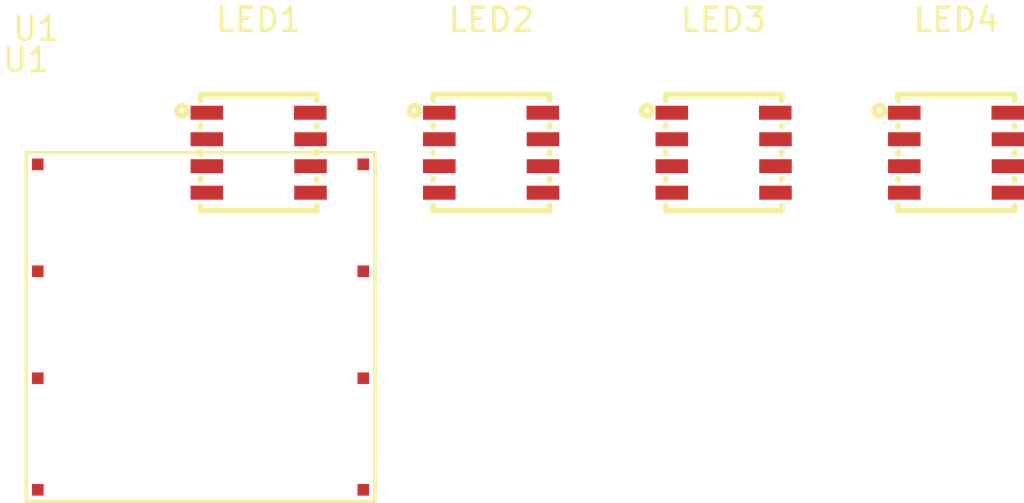
<source format=kicad_pcb>
(kicad_pcb (version 20241229) (generator "atopile") (generator_version "0.11.0")
  (layers (0 "F.Cu" signal) (31 "B.Cu" signal) (34 "B.Paste" user) (35 "F.Paste" user) (36 "B.SilkS" user "B.Silkscreen") (37 "F.SilkS" user "F.Silkscreen") (38 "B.Mask" user) (39 "F.Mask" user) (44 "Edge.Cuts" user))
  (net 0 "")
  (net 1 "cathode_red")
  (net 2 "cathode_cold_white")
  (net 3 "cathode_ir")
  (net 4 "cathode_blue")
  (net 5 "anode")
  (net 6 "cathode_uv")
  (net 7 "cathode_green")
  (net 8 "cathode_warm_white")
  (footprint "ATOPILE_PIXEL15:pixel15" (layer "F.Cu") (at 0 0 0)
    (property "Reference" "U1" (at 0.43 -5.34 0) (layer "F.SilkS") (hide no))
    (property "Value" "" (hide yes))
    (fp_line (start 0 0) (end 15 0) (stroke (width 0.15)) (layer "F.SilkS"))
    (fp_line (start 0 15) (end 15 15) (stroke (width 0.15)) (layer "F.SilkS"))
    (fp_line (start 0 0) (end 0 15) (stroke (width 0.15)) (layer "F.SilkS"))
    (fp_line (start 15 0) (end 15 15) (stroke (width 0.15)) (layer "F.SilkS"))
    (fp_text user "${REFERENCE}" (at 0 -4 0) (layer "F.SilkS"))
    (pad "1" smd rect (at 0.5 0.5 0) (size 0.5 0.5) (layers "F.Cu" "F.Mask" "F.Paste") (net 5 "anode"))
    (pad "2" smd rect (at 0.5 5.1 0) (size 0.5 0.5) (layers "F.Cu" "F.Mask" "F.Paste") (net 1 "cathode_red"))
    (pad "3" smd rect (at 0.5 9.7 0) (size 0.5 0.5) (layers "F.Cu" "F.Mask" "F.Paste") (net 7 "cathode_green"))
    (pad "4" smd rect (at 0.5 14.5 0) (size 0.5 0.5) (layers "F.Cu" "F.Mask" "F.Paste") (net 4 "cathode_blue"))
    (pad "5" smd rect (at 14.5 0.5 0) (size 0.5 0.5) (layers "F.Cu" "F.Mask" "F.Paste") (net 8 "cathode_warm_white"))
    (pad "6" smd rect (at 14.5 5.1 0) (size 0.5 0.5) (layers "F.Cu" "F.Mask" "F.Paste") (net 2 "cathode_cold_white"))
    (pad "7" smd rect (at 14.5 9.7 0) (size 0.5 0.5) (layers "F.Cu" "F.Mask" "F.Paste") (net 6 "cathode_uv"))
    (pad "8" smd rect (at 14.5 14.5 0) (size 0.5 0.5) (layers "F.Cu" "F.Mask" "F.Paste") (net 3 "cathode_ir"))
  )
  (footprint "TCWIN_TC5050RGBW4D06_4CJHR3_AFW421A:LED-SMD_8P-L5.0-W5.0-TL-FD" (layer "F.Cu") (at 30 0 0)
    (property "Reference" "LED3" (at 0 -5.72 0) (layer "F.SilkS") (hide no))
    (property "Value" "")
    (fp_line (start -2.5 0.05) (end -2.5 -0.04) (stroke (width 0.25)) (layer "F.SilkS"))
    (fp_line (start 2.5 1.11) (end 2.5 1.2) (stroke (width 0.25)) (layer "F.SilkS"))
    (fp_line (start 2.5 2.26) (end 2.5 2.5) (stroke (width 0.25)) (layer "F.SilkS"))
    (fp_line (start -2.5 -2.5) (end 2.5 -2.5) (stroke (width 0.25)) (layer "F.SilkS"))
    (fp_line (start -2.5 2.5) (end -2.5 2.26) (stroke (width 0.25)) (layer "F.SilkS"))
    (fp_line (start -2.5 -1.1) (end -2.5 -1.19) (stroke (width 0.25)) (layer "F.SilkS"))
    (fp_line (start 2.5 -1.19) (end 2.5 -1.1) (stroke (width 0.25)) (layer "F.SilkS"))
    (fp_line (start 2.5 -0.04) (end 2.5 0.05) (stroke (width 0.25)) (layer "F.SilkS"))
    (fp_line (start 2.5 -2.5) (end 2.5 -2.25) (stroke (width 0.25)) (layer "F.SilkS"))
    (fp_line (start -2.5 1.2) (end -2.5 1.11) (stroke (width 0.25)) (layer "F.SilkS"))
    (fp_line (start -2.5 -2.25) (end -2.5 -2.5) (stroke (width 0.25)) (layer "F.SilkS"))
    (fp_line (start 2.5 2.5) (end -2.5 2.5) (stroke (width 0.25)) (layer "F.SilkS"))
    (fp_circle (center -3.3 -1.8) (end -3.2 -1.8) (stroke (width 0.25)) (fill no) (layer "F.SilkS"))
    (fp_text user "${REFERENCE}" (at 0 -5.72 0) (layer "F.SilkS"))
    (pad "1" smd rect (at -2.23 -1.72 90) (size 0.6 1.4) (layers "F.Cu" "F.Mask" "F.Paste") (net 5 "anode"))
    (pad "2" smd rect (at -2.23 -0.58 90) (size 0.6 1.4) (layers "F.Cu" "F.Mask" "F.Paste") (net 5 "anode"))
    (pad "3" smd rect (at -2.23 0.58 90) (size 0.6 1.4) (layers "F.Cu" "F.Mask" "F.Paste") (net 5 "anode"))
    (pad "4" smd rect (at -2.23 1.72 90) (size 0.6 1.4) (layers "F.Cu" "F.Mask" "F.Paste") (net 5 "anode"))
    (pad "5" smd rect (at 2.23 1.72 90) (size 0.6 1.4) (layers "F.Cu" "F.Mask" "F.Paste") (net 2 "cathode_cold_white"))
    (pad "6" smd rect (at 2.23 0.58 90) (size 0.6 1.4) (layers "F.Cu" "F.Mask" "F.Paste") (net 4 "cathode_blue"))
    (pad "7" smd rect (at 2.23 -0.58 90) (size 0.6 1.4) (layers "F.Cu" "F.Mask" "F.Paste") (net 7 "cathode_green"))
    (pad "8" smd rect (at 2.22 -1.72 90) (size 0.6 1.4) (layers "F.Cu" "F.Mask" "F.Paste") (net 1 "cathode_red"))
  )
  (footprint "TCWIN_TC5050RGBW4D06_4CJHR3_AFW421A:LED-SMD_8P-L5.0-W5.0-TL-FD" (layer "F.Cu") (at 40 0 0)
    (property "Reference" "LED4" (at 0 -5.72 0) (layer "F.SilkS") (hide no))
    (property "Value" "")
    (fp_line (start -2.5 0.05) (end -2.5 -0.04) (stroke (width 0.25)) (layer "F.SilkS"))
    (fp_line (start 2.5 1.11) (end 2.5 1.2) (stroke (width 0.25)) (layer "F.SilkS"))
    (fp_line (start 2.5 2.26) (end 2.5 2.5) (stroke (width 0.25)) (layer "F.SilkS"))
    (fp_line (start -2.5 -2.5) (end 2.5 -2.5) (stroke (width 0.25)) (layer "F.SilkS"))
    (fp_line (start -2.5 2.5) (end -2.5 2.26) (stroke (width 0.25)) (layer "F.SilkS"))
    (fp_line (start -2.5 -1.1) (end -2.5 -1.19) (stroke (width 0.25)) (layer "F.SilkS"))
    (fp_line (start 2.5 -1.19) (end 2.5 -1.1) (stroke (width 0.25)) (layer "F.SilkS"))
    (fp_line (start 2.5 -0.04) (end 2.5 0.05) (stroke (width 0.25)) (layer "F.SilkS"))
    (fp_line (start 2.5 -2.5) (end 2.5 -2.25) (stroke (width 0.25)) (layer "F.SilkS"))
    (fp_line (start -2.5 1.2) (end -2.5 1.11) (stroke (width 0.25)) (layer "F.SilkS"))
    (fp_line (start -2.5 -2.25) (end -2.5 -2.5) (stroke (width 0.25)) (layer "F.SilkS"))
    (fp_line (start 2.5 2.5) (end -2.5 2.5) (stroke (width 0.25)) (layer "F.SilkS"))
    (fp_circle (center -3.3 -1.8) (end -3.2 -1.8) (stroke (width 0.25)) (fill no) (layer "F.SilkS"))
    (fp_text user "${REFERENCE}" (at 0 -5.72 0) (layer "F.SilkS"))
    (pad "1" smd rect (at -2.23 -1.72 90) (size 0.6 1.4) (layers "F.Cu" "F.Mask" "F.Paste") (net 5 "anode"))
    (pad "2" smd rect (at -2.23 -0.58 90) (size 0.6 1.4) (layers "F.Cu" "F.Mask" "F.Paste") (net 5 "anode"))
    (pad "3" smd rect (at -2.23 0.58 90) (size 0.6 1.4) (layers "F.Cu" "F.Mask" "F.Paste") (net 5 "anode"))
    (pad "4" smd rect (at -2.23 1.72 90) (size 0.6 1.4) (layers "F.Cu" "F.Mask" "F.Paste") (net 5 "anode"))
    (pad "5" smd rect (at 2.23 1.72 90) (size 0.6 1.4) (layers "F.Cu" "F.Mask" "F.Paste") (net 2 "cathode_cold_white"))
    (pad "6" smd rect (at 2.23 0.58 90) (size 0.6 1.4) (layers "F.Cu" "F.Mask" "F.Paste") (net 4 "cathode_blue"))
    (pad "7" smd rect (at 2.23 -0.58 90) (size 0.6 1.4) (layers "F.Cu" "F.Mask" "F.Paste") (net 7 "cathode_green"))
    (pad "8" smd rect (at 2.22 -1.72 90) (size 0.6 1.4) (layers "F.Cu" "F.Mask" "F.Paste") (net 1 "cathode_red"))
  )
  (footprint "TCWIN_TC5050RGBW4D06_4CJHR3_AFW421A:LED-SMD_8P-L5.0-W5.0-TL-FD" (layer "F.Cu") (at 20 0 0)
    (property "Reference" "LED2" (at 0 -5.72 0) (layer "F.SilkS") (hide no))
    (property "Value" "")
    (fp_line (start -2.5 0.05) (end -2.5 -0.04) (stroke (width 0.25)) (layer "F.SilkS"))
    (fp_line (start 2.5 1.11) (end 2.5 1.2) (stroke (width 0.25)) (layer "F.SilkS"))
    (fp_line (start 2.5 2.26) (end 2.5 2.5) (stroke (width 0.25)) (layer "F.SilkS"))
    (fp_line (start -2.5 -2.5) (end 2.5 -2.5) (stroke (width 0.25)) (layer "F.SilkS"))
    (fp_line (start -2.5 2.5) (end -2.5 2.26) (stroke (width 0.25)) (layer "F.SilkS"))
    (fp_line (start -2.5 -1.1) (end -2.5 -1.19) (stroke (width 0.25)) (layer "F.SilkS"))
    (fp_line (start 2.5 -1.19) (end 2.5 -1.1) (stroke (width 0.25)) (layer "F.SilkS"))
    (fp_line (start 2.5 -0.04) (end 2.5 0.05) (stroke (width 0.25)) (layer "F.SilkS"))
    (fp_line (start 2.5 -2.5) (end 2.5 -2.25) (stroke (width 0.25)) (layer "F.SilkS"))
    (fp_line (start -2.5 1.2) (end -2.5 1.11) (stroke (width 0.25)) (layer "F.SilkS"))
    (fp_line (start -2.5 -2.25) (end -2.5 -2.5) (stroke (width 0.25)) (layer "F.SilkS"))
    (fp_line (start 2.5 2.5) (end -2.5 2.5) (stroke (width 0.25)) (layer "F.SilkS"))
    (fp_circle (center -3.3 -1.8) (end -3.2 -1.8) (stroke (width 0.25)) (fill no) (layer "F.SilkS"))
    (fp_text user "${REFERENCE}" (at 0 -5.72 0) (layer "F.SilkS"))
    (pad "1" smd rect (at -2.23 -1.72 90) (size 0.6 1.4) (layers "F.Cu" "F.Mask" "F.Paste") (net 5 "anode"))
    (pad "2" smd rect (at -2.23 -0.58 90) (size 0.6 1.4) (layers "F.Cu" "F.Mask" "F.Paste") (net 5 "anode"))
    (pad "3" smd rect (at -2.23 0.58 90) (size 0.6 1.4) (layers "F.Cu" "F.Mask" "F.Paste") (net 5 "anode"))
    (pad "4" smd rect (at -2.23 1.72 90) (size 0.6 1.4) (layers "F.Cu" "F.Mask" "F.Paste") (net 5 "anode"))
    (pad "5" smd rect (at 2.23 1.72 90) (size 0.6 1.4) (layers "F.Cu" "F.Mask" "F.Paste") (net 2 "cathode_cold_white"))
    (pad "6" smd rect (at 2.23 0.58 90) (size 0.6 1.4) (layers "F.Cu" "F.Mask" "F.Paste") (net 4 "cathode_blue"))
    (pad "7" smd rect (at 2.23 -0.58 90) (size 0.6 1.4) (layers "F.Cu" "F.Mask" "F.Paste") (net 7 "cathode_green"))
    (pad "8" smd rect (at 2.22 -1.72 90) (size 0.6 1.4) (layers "F.Cu" "F.Mask" "F.Paste") (net 1 "cathode_red"))
  )
  (footprint "TCWIN_TC5050RGBW4D06_4CJHR3_AFW421A:LED-SMD_8P-L5.0-W5.0-TL-FD" (layer "F.Cu") (at 10 0 0)
    (property "Reference" "LED1" (at 0 -5.72 0) (layer "F.SilkS") (hide no))
    (property "Value" "")
    (fp_line (start -2.5 0.05) (end -2.5 -0.04) (stroke (width 0.25)) (layer "F.SilkS"))
    (fp_line (start 2.5 1.11) (end 2.5 1.2) (stroke (width 0.25)) (layer "F.SilkS"))
    (fp_line (start 2.5 2.26) (end 2.5 2.5) (stroke (width 0.25)) (layer "F.SilkS"))
    (fp_line (start -2.5 -2.5) (end 2.5 -2.5) (stroke (width 0.25)) (layer "F.SilkS"))
    (fp_line (start -2.5 2.5) (end -2.5 2.26) (stroke (width 0.25)) (layer "F.SilkS"))
    (fp_line (start -2.5 -1.1) (end -2.5 -1.19) (stroke (width 0.25)) (layer "F.SilkS"))
    (fp_line (start 2.5 -1.19) (end 2.5 -1.1) (stroke (width 0.25)) (layer "F.SilkS"))
    (fp_line (start 2.5 -0.04) (end 2.5 0.05) (stroke (width 0.25)) (layer "F.SilkS"))
    (fp_line (start 2.5 -2.5) (end 2.5 -2.25) (stroke (width 0.25)) (layer "F.SilkS"))
    (fp_line (start -2.5 1.2) (end -2.5 1.11) (stroke (width 0.25)) (layer "F.SilkS"))
    (fp_line (start -2.5 -2.25) (end -2.5 -2.5) (stroke (width 0.25)) (layer "F.SilkS"))
    (fp_line (start 2.5 2.5) (end -2.5 2.5) (stroke (width 0.25)) (layer "F.SilkS"))
    (fp_circle (center -3.3 -1.8) (end -3.2 -1.8) (stroke (width 0.25)) (fill no) (layer "F.SilkS"))
    (fp_text user "${REFERENCE}" (at 0 -5.72 0) (layer "F.SilkS"))
    (pad "1" smd rect (at -2.23 -1.72 90) (size 0.6 1.4) (layers "F.Cu" "F.Mask" "F.Paste") (net 5 "anode"))
    (pad "2" smd rect (at -2.23 -0.58 90) (size 0.6 1.4) (layers "F.Cu" "F.Mask" "F.Paste") (net 5 "anode"))
    (pad "3" smd rect (at -2.23 0.58 90) (size 0.6 1.4) (layers "F.Cu" "F.Mask" "F.Paste") (net 5 "anode"))
    (pad "4" smd rect (at -2.23 1.72 90) (size 0.6 1.4) (layers "F.Cu" "F.Mask" "F.Paste") (net 5 "anode"))
    (pad "5" smd rect (at 2.23 1.72 90) (size 0.6 1.4) (layers "F.Cu" "F.Mask" "F.Paste") (net 2 "cathode_cold_white"))
    (pad "6" smd rect (at 2.23 0.58 90) (size 0.6 1.4) (layers "F.Cu" "F.Mask" "F.Paste") (net 4 "cathode_blue"))
    (pad "7" smd rect (at 2.23 -0.58 90) (size 0.6 1.4) (layers "F.Cu" "F.Mask" "F.Paste") (net 7 "cathode_green"))
    (pad "8" smd rect (at 2.22 -1.72 90) (size 0.6 1.4) (layers "F.Cu" "F.Mask" "F.Paste") (net 1 "cathode_red"))
  )
)
</source>
